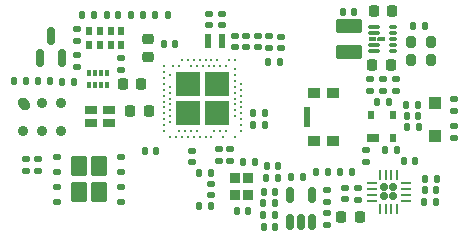
<source format=gbr>
G04 #@! TF.GenerationSoftware,KiCad,Pcbnew,7.0.7*
G04 #@! TF.CreationDate,2024-03-13T12:15:20+01:00*
G04 #@! TF.ProjectId,dictofun,64696374-6f66-4756-9e2e-6b696361645f,rev?*
G04 #@! TF.SameCoordinates,Original*
G04 #@! TF.FileFunction,Paste,Top*
G04 #@! TF.FilePolarity,Positive*
%FSLAX45Y45*%
G04 Gerber Fmt 4.5, Leading zero omitted, Abs format (unit mm)*
G04 Created by KiCad (PCBNEW 7.0.7) date 2024-03-13 12:15:20*
%MOMM*%
%LPD*%
G01*
G04 APERTURE LIST*
G04 Aperture macros list*
%AMRoundRect*
0 Rectangle with rounded corners*
0 $1 Rounding radius*
0 $2 $3 $4 $5 $6 $7 $8 $9 X,Y pos of 4 corners*
0 Add a 4 corners polygon primitive as box body*
4,1,4,$2,$3,$4,$5,$6,$7,$8,$9,$2,$3,0*
0 Add four circle primitives for the rounded corners*
1,1,$1+$1,$2,$3*
1,1,$1+$1,$4,$5*
1,1,$1+$1,$6,$7*
1,1,$1+$1,$8,$9*
0 Add four rect primitives between the rounded corners*
20,1,$1+$1,$2,$3,$4,$5,0*
20,1,$1+$1,$4,$5,$6,$7,0*
20,1,$1+$1,$6,$7,$8,$9,0*
20,1,$1+$1,$8,$9,$2,$3,0*%
%AMHorizOval*
0 Thick line with rounded ends*
0 $1 width*
0 $2 $3 position (X,Y) of the first rounded end (center of the circle)*
0 $4 $5 position (X,Y) of the second rounded end (center of the circle)*
0 Add line between two ends*
20,1,$1,$2,$3,$4,$5,0*
0 Add two circle primitives to create the rounded ends*
1,1,$1,$2,$3*
1,1,$1,$4,$5*%
G04 Aperture macros list end*
%ADD10C,0.010000*%
%ADD11RoundRect,0.147500X-0.172500X0.147500X-0.172500X-0.147500X0.172500X-0.147500X0.172500X0.147500X0*%
%ADD12RoundRect,0.140000X0.140000X0.170000X-0.140000X0.170000X-0.140000X-0.170000X0.140000X-0.170000X0*%
%ADD13RoundRect,0.140000X0.170000X-0.140000X0.170000X0.140000X-0.170000X0.140000X-0.170000X-0.140000X0*%
%ADD14RoundRect,0.062500X-0.375000X0.062500X-0.375000X-0.062500X0.375000X-0.062500X0.375000X0.062500X0*%
%ADD15RoundRect,0.062500X-0.062500X0.375000X-0.062500X-0.375000X0.062500X-0.375000X0.062500X0.375000X0*%
%ADD16RoundRect,0.157500X-0.157500X0.157500X-0.157500X-0.157500X0.157500X-0.157500X0.157500X0.157500X0*%
%ADD17RoundRect,0.135000X0.135000X0.185000X-0.135000X0.185000X-0.135000X-0.185000X0.135000X-0.185000X0*%
%ADD18RoundRect,0.135000X-0.185000X0.135000X-0.185000X-0.135000X0.185000X-0.135000X0.185000X0.135000X0*%
%ADD19RoundRect,0.218750X0.218750X0.256250X-0.218750X0.256250X-0.218750X-0.256250X0.218750X-0.256250X0*%
%ADD20RoundRect,0.135000X-0.135000X-0.185000X0.135000X-0.185000X0.135000X0.185000X-0.135000X0.185000X0*%
%ADD21RoundRect,0.140000X-0.140000X-0.170000X0.140000X-0.170000X0.140000X0.170000X-0.140000X0.170000X0*%
%ADD22R,0.850000X0.950000*%
%ADD23R,0.500000X0.800000*%
%ADD24RoundRect,0.140000X-0.170000X0.140000X-0.170000X-0.140000X0.170000X-0.140000X0.170000X0.140000X0*%
%ADD25RoundRect,0.135000X0.185000X-0.135000X0.185000X0.135000X-0.185000X0.135000X-0.185000X-0.135000X0*%
%ADD26RoundRect,0.225000X0.225000X0.250000X-0.225000X0.250000X-0.225000X-0.250000X0.225000X-0.250000X0*%
%ADD27RoundRect,0.225000X0.250000X-0.225000X0.250000X0.225000X-0.250000X0.225000X-0.250000X-0.225000X0*%
%ADD28RoundRect,0.150000X0.150000X-0.587500X0.150000X0.587500X-0.150000X0.587500X-0.150000X-0.587500X0*%
%ADD29RoundRect,0.150000X0.150000X-0.512500X0.150000X0.512500X-0.150000X0.512500X-0.150000X-0.512500X0*%
%ADD30RoundRect,0.147500X-0.147500X-0.172500X0.147500X-0.172500X0.147500X0.172500X-0.147500X0.172500X0*%
%ADD31RoundRect,0.250000X-0.850000X0.375000X-0.850000X-0.375000X0.850000X-0.375000X0.850000X0.375000X0*%
%ADD32RoundRect,0.200000X0.200000X0.275000X-0.200000X0.275000X-0.200000X-0.275000X0.200000X-0.275000X0*%
%ADD33R,0.400000X0.500000*%
%ADD34R,0.300000X0.500000*%
%ADD35RoundRect,0.225000X-0.225000X-0.250000X0.225000X-0.250000X0.225000X0.250000X-0.225000X0.250000X0*%
%ADD36R,0.600000X1.200000*%
%ADD37R,1.000000X0.900000*%
%ADD38R,0.550000X1.700000*%
%ADD39RoundRect,0.250000X-0.300000X0.300000X-0.300000X-0.300000X0.300000X-0.300000X0.300000X0.300000X0*%
%ADD40RoundRect,0.147500X0.172500X-0.147500X0.172500X0.147500X-0.172500X0.147500X-0.172500X-0.147500X0*%
%ADD41RoundRect,0.012500X0.287500X0.112500X-0.287500X0.112500X-0.287500X-0.112500X0.287500X-0.112500X0*%
%ADD42RoundRect,0.012500X0.437500X0.112500X-0.437500X0.112500X-0.437500X-0.112500X0.437500X-0.112500X0*%
%ADD43R,1.000000X0.800000*%
%ADD44RoundRect,0.147500X0.147500X0.172500X-0.147500X0.172500X-0.147500X-0.172500X0.147500X-0.172500X0*%
%ADD45C,0.910000*%
%ADD46HorizOval,0.910000X-0.100000X0.100000X0.100000X-0.100000X0*%
%ADD47RoundRect,0.250000X0.435000X0.615000X-0.435000X0.615000X-0.435000X-0.615000X0.435000X-0.615000X0*%
%ADD48RoundRect,0.125000X0.250000X0.125000X-0.250000X0.125000X-0.250000X-0.125000X0.250000X-0.125000X0*%
%ADD49R,2.000000X2.000000*%
%ADD50C,0.250000*%
%ADD51R,0.600000X0.700000*%
%ADD52R,1.000000X0.700000*%
G04 APERTURE END LIST*
D10*
X14810800Y-9227600D02*
X14811000Y-9227600D01*
X14811300Y-9227700D01*
X14811500Y-9227700D01*
X14811800Y-9227800D01*
X14812000Y-9227900D01*
X14812300Y-9228000D01*
X14812500Y-9228200D01*
X14812700Y-9228300D01*
X14812900Y-9228500D01*
X14813100Y-9228600D01*
X14813300Y-9228800D01*
X14813500Y-9229000D01*
X14813700Y-9229200D01*
X14813900Y-9229400D01*
X14814000Y-9229600D01*
X14814200Y-9229800D01*
X14814300Y-9230000D01*
X14814500Y-9230200D01*
X14814600Y-9230500D01*
X14814700Y-9230700D01*
X14814800Y-9231000D01*
X14814800Y-9231200D01*
X14814900Y-9231500D01*
X14814900Y-9231700D01*
X14815000Y-9232000D01*
X14815000Y-9232200D01*
X14815000Y-9232500D01*
X14815000Y-9247500D01*
X14815000Y-9247800D01*
X14815000Y-9248000D01*
X14814900Y-9248300D01*
X14814900Y-9248500D01*
X14814800Y-9248800D01*
X14814800Y-9249000D01*
X14814700Y-9249300D01*
X14814600Y-9249500D01*
X14814500Y-9249800D01*
X14814300Y-9250000D01*
X14814200Y-9250200D01*
X14814000Y-9250400D01*
X14813900Y-9250600D01*
X14813700Y-9250800D01*
X14813500Y-9251000D01*
X14813300Y-9251200D01*
X14813100Y-9251400D01*
X14812900Y-9251500D01*
X14812700Y-9251700D01*
X14812500Y-9251800D01*
X14812300Y-9252000D01*
X14812000Y-9252100D01*
X14811800Y-9252200D01*
X14811500Y-9252300D01*
X14811300Y-9252300D01*
X14811000Y-9252400D01*
X14810800Y-9252400D01*
X14810500Y-9252500D01*
X14810300Y-9252500D01*
X14810000Y-9252500D01*
X14765000Y-9252500D01*
X14764700Y-9252500D01*
X14764500Y-9252500D01*
X14764200Y-9252400D01*
X14764000Y-9252400D01*
X14763700Y-9252300D01*
X14763500Y-9252300D01*
X14763200Y-9252200D01*
X14763000Y-9252100D01*
X14762700Y-9252000D01*
X14762500Y-9251800D01*
X14762300Y-9251700D01*
X14762100Y-9251500D01*
X14761900Y-9251400D01*
X14761700Y-9251200D01*
X14761500Y-9251000D01*
X14761300Y-9250800D01*
X14761100Y-9250600D01*
X14761000Y-9250400D01*
X14760800Y-9250200D01*
X14760700Y-9250000D01*
X14760500Y-9249800D01*
X14760400Y-9249500D01*
X14760300Y-9249300D01*
X14760200Y-9249000D01*
X14760200Y-9248800D01*
X14760100Y-9248500D01*
X14760100Y-9248300D01*
X14760000Y-9248000D01*
X14760000Y-9247800D01*
X14760000Y-9247500D01*
X14760000Y-9232500D01*
X14760000Y-9232200D01*
X14760000Y-9232000D01*
X14760100Y-9231700D01*
X14760100Y-9231500D01*
X14760200Y-9231200D01*
X14760200Y-9231000D01*
X14760300Y-9230700D01*
X14760400Y-9230500D01*
X14760500Y-9230200D01*
X14760700Y-9230000D01*
X14760800Y-9229800D01*
X14761000Y-9229600D01*
X14761100Y-9229400D01*
X14761300Y-9229200D01*
X14761500Y-9229000D01*
X14761700Y-9228800D01*
X14761900Y-9228600D01*
X14762100Y-9228500D01*
X14762300Y-9228300D01*
X14762500Y-9228200D01*
X14762700Y-9228000D01*
X14763000Y-9227900D01*
X14763200Y-9227800D01*
X14763500Y-9227700D01*
X14763700Y-9227700D01*
X14764000Y-9227600D01*
X14764200Y-9227600D01*
X14764500Y-9227500D01*
X14764700Y-9227500D01*
X14765000Y-9227500D01*
X14810000Y-9227500D01*
X14810300Y-9227500D01*
X14810500Y-9227500D01*
X14810800Y-9227600D01*
G36*
X14810800Y-9227600D02*
G01*
X14811000Y-9227600D01*
X14811300Y-9227700D01*
X14811500Y-9227700D01*
X14811800Y-9227800D01*
X14812000Y-9227900D01*
X14812300Y-9228000D01*
X14812500Y-9228200D01*
X14812700Y-9228300D01*
X14812900Y-9228500D01*
X14813100Y-9228600D01*
X14813300Y-9228800D01*
X14813500Y-9229000D01*
X14813700Y-9229200D01*
X14813900Y-9229400D01*
X14814000Y-9229600D01*
X14814200Y-9229800D01*
X14814300Y-9230000D01*
X14814500Y-9230200D01*
X14814600Y-9230500D01*
X14814700Y-9230700D01*
X14814800Y-9231000D01*
X14814800Y-9231200D01*
X14814900Y-9231500D01*
X14814900Y-9231700D01*
X14815000Y-9232000D01*
X14815000Y-9232200D01*
X14815000Y-9232500D01*
X14815000Y-9247500D01*
X14815000Y-9247800D01*
X14815000Y-9248000D01*
X14814900Y-9248300D01*
X14814900Y-9248500D01*
X14814800Y-9248800D01*
X14814800Y-9249000D01*
X14814700Y-9249300D01*
X14814600Y-9249500D01*
X14814500Y-9249800D01*
X14814300Y-9250000D01*
X14814200Y-9250200D01*
X14814000Y-9250400D01*
X14813900Y-9250600D01*
X14813700Y-9250800D01*
X14813500Y-9251000D01*
X14813300Y-9251200D01*
X14813100Y-9251400D01*
X14812900Y-9251500D01*
X14812700Y-9251700D01*
X14812500Y-9251800D01*
X14812300Y-9252000D01*
X14812000Y-9252100D01*
X14811800Y-9252200D01*
X14811500Y-9252300D01*
X14811300Y-9252300D01*
X14811000Y-9252400D01*
X14810800Y-9252400D01*
X14810500Y-9252500D01*
X14810300Y-9252500D01*
X14810000Y-9252500D01*
X14765000Y-9252500D01*
X14764700Y-9252500D01*
X14764500Y-9252500D01*
X14764200Y-9252400D01*
X14764000Y-9252400D01*
X14763700Y-9252300D01*
X14763500Y-9252300D01*
X14763200Y-9252200D01*
X14763000Y-9252100D01*
X14762700Y-9252000D01*
X14762500Y-9251800D01*
X14762300Y-9251700D01*
X14762100Y-9251500D01*
X14761900Y-9251400D01*
X14761700Y-9251200D01*
X14761500Y-9251000D01*
X14761300Y-9250800D01*
X14761100Y-9250600D01*
X14761000Y-9250400D01*
X14760800Y-9250200D01*
X14760700Y-9250000D01*
X14760500Y-9249800D01*
X14760400Y-9249500D01*
X14760300Y-9249300D01*
X14760200Y-9249000D01*
X14760200Y-9248800D01*
X14760100Y-9248500D01*
X14760100Y-9248300D01*
X14760000Y-9248000D01*
X14760000Y-9247800D01*
X14760000Y-9247500D01*
X14760000Y-9232500D01*
X14760000Y-9232200D01*
X14760000Y-9232000D01*
X14760100Y-9231700D01*
X14760100Y-9231500D01*
X14760200Y-9231200D01*
X14760200Y-9231000D01*
X14760300Y-9230700D01*
X14760400Y-9230500D01*
X14760500Y-9230200D01*
X14760700Y-9230000D01*
X14760800Y-9229800D01*
X14761000Y-9229600D01*
X14761100Y-9229400D01*
X14761300Y-9229200D01*
X14761500Y-9229000D01*
X14761700Y-9228800D01*
X14761900Y-9228600D01*
X14762100Y-9228500D01*
X14762300Y-9228300D01*
X14762500Y-9228200D01*
X14762700Y-9228000D01*
X14763000Y-9227900D01*
X14763200Y-9227800D01*
X14763500Y-9227700D01*
X14763700Y-9227700D01*
X14764000Y-9227600D01*
X14764200Y-9227600D01*
X14764500Y-9227500D01*
X14764700Y-9227500D01*
X14765000Y-9227500D01*
X14810000Y-9227500D01*
X14810300Y-9227500D01*
X14810500Y-9227500D01*
X14810800Y-9227600D01*
G37*
X14735800Y-9227600D02*
X14736000Y-9227600D01*
X14736300Y-9227700D01*
X14736500Y-9227700D01*
X14736800Y-9227800D01*
X14737000Y-9227900D01*
X14737300Y-9228000D01*
X14737500Y-9228200D01*
X14737700Y-9228300D01*
X14737900Y-9228500D01*
X14738100Y-9228600D01*
X14738300Y-9228800D01*
X14738500Y-9229000D01*
X14738700Y-9229200D01*
X14738900Y-9229400D01*
X14739000Y-9229600D01*
X14739200Y-9229800D01*
X14739300Y-9230000D01*
X14739500Y-9230200D01*
X14739600Y-9230500D01*
X14739700Y-9230700D01*
X14739800Y-9231000D01*
X14739800Y-9231200D01*
X14739900Y-9231500D01*
X14739900Y-9231700D01*
X14740000Y-9232000D01*
X14740000Y-9232200D01*
X14740000Y-9232500D01*
X14740000Y-9247500D01*
X14740000Y-9247800D01*
X14740000Y-9248000D01*
X14739900Y-9248300D01*
X14739900Y-9248500D01*
X14739800Y-9248800D01*
X14739800Y-9249000D01*
X14739700Y-9249300D01*
X14739600Y-9249500D01*
X14739500Y-9249800D01*
X14739300Y-9250000D01*
X14739200Y-9250200D01*
X14739000Y-9250400D01*
X14738900Y-9250600D01*
X14738700Y-9250800D01*
X14738500Y-9251000D01*
X14738300Y-9251200D01*
X14738100Y-9251400D01*
X14737900Y-9251500D01*
X14737700Y-9251700D01*
X14737500Y-9251800D01*
X14737300Y-9252000D01*
X14737000Y-9252100D01*
X14736800Y-9252200D01*
X14736500Y-9252300D01*
X14736300Y-9252300D01*
X14736000Y-9252400D01*
X14735800Y-9252400D01*
X14735500Y-9252500D01*
X14735300Y-9252500D01*
X14735000Y-9252500D01*
X14690000Y-9252500D01*
X14689700Y-9252500D01*
X14689500Y-9252500D01*
X14689200Y-9252400D01*
X14689000Y-9252400D01*
X14688700Y-9252300D01*
X14688500Y-9252300D01*
X14688200Y-9252200D01*
X14688000Y-9252100D01*
X14687700Y-9252000D01*
X14687500Y-9251800D01*
X14687300Y-9251700D01*
X14687100Y-9251500D01*
X14686900Y-9251400D01*
X14686700Y-9251200D01*
X14686500Y-9251000D01*
X14686300Y-9250800D01*
X14686100Y-9250600D01*
X14686000Y-9250400D01*
X14685800Y-9250200D01*
X14685700Y-9250000D01*
X14685500Y-9249800D01*
X14685400Y-9249500D01*
X14685300Y-9249300D01*
X14685200Y-9249000D01*
X14685200Y-9248800D01*
X14685100Y-9248500D01*
X14685100Y-9248300D01*
X14685000Y-9248000D01*
X14685000Y-9247800D01*
X14685000Y-9247500D01*
X14685000Y-9232500D01*
X14685000Y-9232200D01*
X14685000Y-9232000D01*
X14685100Y-9231700D01*
X14685100Y-9231500D01*
X14685200Y-9231200D01*
X14685200Y-9231000D01*
X14685300Y-9230700D01*
X14685400Y-9230500D01*
X14685500Y-9230200D01*
X14685700Y-9230000D01*
X14685800Y-9229800D01*
X14686000Y-9229600D01*
X14686100Y-9229400D01*
X14686300Y-9229200D01*
X14686500Y-9229000D01*
X14686700Y-9228800D01*
X14686900Y-9228600D01*
X14687100Y-9228500D01*
X14687300Y-9228300D01*
X14687500Y-9228200D01*
X14687700Y-9228000D01*
X14688000Y-9227900D01*
X14688200Y-9227800D01*
X14688500Y-9227700D01*
X14688700Y-9227700D01*
X14689000Y-9227600D01*
X14689200Y-9227600D01*
X14689500Y-9227500D01*
X14689700Y-9227500D01*
X14690000Y-9227500D01*
X14735000Y-9227500D01*
X14735300Y-9227500D01*
X14735500Y-9227500D01*
X14735800Y-9227600D01*
G36*
X14735800Y-9227600D02*
G01*
X14736000Y-9227600D01*
X14736300Y-9227700D01*
X14736500Y-9227700D01*
X14736800Y-9227800D01*
X14737000Y-9227900D01*
X14737300Y-9228000D01*
X14737500Y-9228200D01*
X14737700Y-9228300D01*
X14737900Y-9228500D01*
X14738100Y-9228600D01*
X14738300Y-9228800D01*
X14738500Y-9229000D01*
X14738700Y-9229200D01*
X14738900Y-9229400D01*
X14739000Y-9229600D01*
X14739200Y-9229800D01*
X14739300Y-9230000D01*
X14739500Y-9230200D01*
X14739600Y-9230500D01*
X14739700Y-9230700D01*
X14739800Y-9231000D01*
X14739800Y-9231200D01*
X14739900Y-9231500D01*
X14739900Y-9231700D01*
X14740000Y-9232000D01*
X14740000Y-9232200D01*
X14740000Y-9232500D01*
X14740000Y-9247500D01*
X14740000Y-9247800D01*
X14740000Y-9248000D01*
X14739900Y-9248300D01*
X14739900Y-9248500D01*
X14739800Y-9248800D01*
X14739800Y-9249000D01*
X14739700Y-9249300D01*
X14739600Y-9249500D01*
X14739500Y-9249800D01*
X14739300Y-9250000D01*
X14739200Y-9250200D01*
X14739000Y-9250400D01*
X14738900Y-9250600D01*
X14738700Y-9250800D01*
X14738500Y-9251000D01*
X14738300Y-9251200D01*
X14738100Y-9251400D01*
X14737900Y-9251500D01*
X14737700Y-9251700D01*
X14737500Y-9251800D01*
X14737300Y-9252000D01*
X14737000Y-9252100D01*
X14736800Y-9252200D01*
X14736500Y-9252300D01*
X14736300Y-9252300D01*
X14736000Y-9252400D01*
X14735800Y-9252400D01*
X14735500Y-9252500D01*
X14735300Y-9252500D01*
X14735000Y-9252500D01*
X14690000Y-9252500D01*
X14689700Y-9252500D01*
X14689500Y-9252500D01*
X14689200Y-9252400D01*
X14689000Y-9252400D01*
X14688700Y-9252300D01*
X14688500Y-9252300D01*
X14688200Y-9252200D01*
X14688000Y-9252100D01*
X14687700Y-9252000D01*
X14687500Y-9251800D01*
X14687300Y-9251700D01*
X14687100Y-9251500D01*
X14686900Y-9251400D01*
X14686700Y-9251200D01*
X14686500Y-9251000D01*
X14686300Y-9250800D01*
X14686100Y-9250600D01*
X14686000Y-9250400D01*
X14685800Y-9250200D01*
X14685700Y-9250000D01*
X14685500Y-9249800D01*
X14685400Y-9249500D01*
X14685300Y-9249300D01*
X14685200Y-9249000D01*
X14685200Y-9248800D01*
X14685100Y-9248500D01*
X14685100Y-9248300D01*
X14685000Y-9248000D01*
X14685000Y-9247800D01*
X14685000Y-9247500D01*
X14685000Y-9232500D01*
X14685000Y-9232200D01*
X14685000Y-9232000D01*
X14685100Y-9231700D01*
X14685100Y-9231500D01*
X14685200Y-9231200D01*
X14685200Y-9231000D01*
X14685300Y-9230700D01*
X14685400Y-9230500D01*
X14685500Y-9230200D01*
X14685700Y-9230000D01*
X14685800Y-9229800D01*
X14686000Y-9229600D01*
X14686100Y-9229400D01*
X14686300Y-9229200D01*
X14686500Y-9229000D01*
X14686700Y-9228800D01*
X14686900Y-9228600D01*
X14687100Y-9228500D01*
X14687300Y-9228300D01*
X14687500Y-9228200D01*
X14687700Y-9228000D01*
X14688000Y-9227900D01*
X14688200Y-9227800D01*
X14688500Y-9227700D01*
X14688700Y-9227700D01*
X14689000Y-9227600D01*
X14689200Y-9227600D01*
X14689500Y-9227500D01*
X14689700Y-9227500D01*
X14690000Y-9227500D01*
X14735000Y-9227500D01*
X14735300Y-9227500D01*
X14735500Y-9227500D01*
X14735800Y-9227600D01*
G37*
D11*
X13347700Y-10464560D03*
X13347700Y-10561560D03*
D12*
X13347440Y-10373360D03*
X13251440Y-10373360D03*
X13347440Y-10652760D03*
X13251440Y-10652760D03*
D13*
X14698980Y-9583680D03*
X14698980Y-9679680D03*
X11784740Y-10355320D03*
X11784740Y-10259320D03*
X11889740Y-10355320D03*
X11889740Y-10259320D03*
D14*
X14997750Y-10459000D03*
X14997750Y-10509000D03*
X14997750Y-10559000D03*
X14997750Y-10609000D03*
D15*
X14929000Y-10677750D03*
X14879000Y-10677750D03*
X14829000Y-10677750D03*
X14779000Y-10677750D03*
D14*
X14710250Y-10609000D03*
X14710250Y-10559000D03*
X14710250Y-10509000D03*
X14710250Y-10459000D03*
D15*
X14779000Y-10390250D03*
X14829000Y-10390250D03*
X14879000Y-10390250D03*
X14929000Y-10390250D03*
D16*
X14818000Y-10570000D03*
X14890000Y-10570000D03*
X14818000Y-10498000D03*
X14890000Y-10498000D03*
D17*
X15260520Y-10426700D03*
X15158520Y-10426700D03*
D12*
X15082260Y-10274300D03*
X14986260Y-10274300D03*
D18*
X14594000Y-10499000D03*
X14594000Y-10601000D03*
D17*
X14341000Y-10368000D03*
X14239000Y-10368000D03*
X14542000Y-10368000D03*
X14440000Y-10368000D03*
D19*
X14612630Y-10751820D03*
X14455130Y-10751820D03*
D12*
X15254980Y-10520680D03*
X15158980Y-10520680D03*
D20*
X15155980Y-10617200D03*
X15257980Y-10617200D03*
D17*
X15161000Y-9130000D03*
X15059000Y-9130000D03*
D21*
X13708640Y-9968160D03*
X13804640Y-9968160D03*
D11*
X13843000Y-9217420D03*
X13843000Y-9314420D03*
D18*
X15410000Y-9979000D03*
X15410000Y-10081000D03*
D22*
X13667740Y-10564080D03*
X13667740Y-10419080D03*
X13552740Y-10419080D03*
X13552740Y-10564080D03*
D18*
X12212320Y-9153960D03*
X12212320Y-9255960D03*
D23*
X12321160Y-9292130D03*
X12411160Y-9292130D03*
X12501160Y-9292130D03*
X12591160Y-9292130D03*
X12591160Y-9172130D03*
X12501160Y-9172130D03*
X12411160Y-9172130D03*
X12321160Y-9172130D03*
D24*
X13445800Y-9026760D03*
X13445800Y-9122760D03*
D25*
X12217400Y-9479480D03*
X12217400Y-9377480D03*
D13*
X15410000Y-9848000D03*
X15410000Y-9752000D03*
D12*
X13893540Y-10830000D03*
X13797540Y-10830000D03*
D17*
X15113200Y-9989820D03*
X15011200Y-9989820D03*
D12*
X13918940Y-10320020D03*
X13822940Y-10320020D03*
D13*
X14919960Y-9677140D03*
X14919960Y-9581140D03*
D21*
X13836980Y-9433560D03*
X13932980Y-9433560D03*
D26*
X12823220Y-9852660D03*
X12668220Y-9852660D03*
D27*
X12818180Y-9391680D03*
X12818180Y-9236680D03*
D12*
X13047720Y-9286240D03*
X12951720Y-9286240D03*
X12563460Y-9038860D03*
X12467460Y-9038860D03*
X13664940Y-10698480D03*
X13568940Y-10698480D03*
D17*
X13919400Y-10416540D03*
X13817400Y-10416540D03*
D21*
X13624820Y-10281920D03*
X13720820Y-10281920D03*
D20*
X12257260Y-9039860D03*
X12359260Y-9039860D03*
D12*
X14563000Y-9010000D03*
X14467000Y-9010000D03*
D18*
X14333220Y-10517940D03*
X14333220Y-10619940D03*
D13*
X14808200Y-9677140D03*
X14808200Y-9581140D03*
D24*
X13416280Y-10174160D03*
X13416280Y-10270160D03*
D13*
X13553440Y-9311380D03*
X13553440Y-9215380D03*
D20*
X11885000Y-9600000D03*
X11987000Y-9600000D03*
D28*
X11898880Y-9400310D03*
X12088880Y-9400310D03*
X11993880Y-9212810D03*
D29*
X14019780Y-10786830D03*
X14114780Y-10786830D03*
X14209780Y-10786830D03*
X14209780Y-10559330D03*
X14019780Y-10559330D03*
D12*
X12887700Y-10187940D03*
X12791700Y-10187940D03*
D30*
X15004500Y-9800000D03*
X15101500Y-9800000D03*
D31*
X14515000Y-9132500D03*
X14515000Y-9347500D03*
D32*
X15212500Y-9270000D03*
X15047500Y-9270000D03*
D24*
X12588240Y-9405880D03*
X12588240Y-9501880D03*
D33*
X12468060Y-9630080D03*
D34*
X12418060Y-9630080D03*
X12368060Y-9630080D03*
D33*
X12318060Y-9630080D03*
X12318060Y-9530080D03*
D34*
X12368060Y-9530080D03*
X12418060Y-9530080D03*
D33*
X12468060Y-9530080D03*
D35*
X14727500Y-9000000D03*
X14882500Y-9000000D03*
X14717500Y-9460000D03*
X14872500Y-9460000D03*
D18*
X14660880Y-10180120D03*
X14660880Y-10282120D03*
D17*
X13896540Y-10632440D03*
X13794540Y-10632440D03*
D26*
X12759720Y-9618980D03*
X12604720Y-9618980D03*
D36*
X13327380Y-9257640D03*
X13447380Y-9257640D03*
D21*
X13708640Y-9866560D03*
X13804640Y-9866560D03*
D24*
X14484000Y-10502000D03*
X14484000Y-10598000D03*
D32*
X15212500Y-9420000D03*
X15047500Y-9420000D03*
D37*
X14222500Y-10105000D03*
X14382500Y-10105000D03*
X14382500Y-9695000D03*
X14222500Y-9695000D03*
D38*
X14160000Y-9900000D03*
D24*
X13510260Y-10175500D03*
X13510260Y-10271500D03*
D13*
X13647420Y-9311380D03*
X13647420Y-9215380D03*
D39*
X15250000Y-9780000D03*
X15250000Y-10060000D03*
D20*
X12090000Y-9602000D03*
X12192000Y-9602000D03*
D13*
X13745140Y-9311380D03*
X13745140Y-9215380D03*
D17*
X12982860Y-9039860D03*
X12880860Y-9039860D03*
D40*
X13947140Y-9316960D03*
X13947140Y-9219960D03*
D41*
X14895000Y-9340000D03*
X14895000Y-9290000D03*
X14895000Y-9240000D03*
X14895000Y-9190000D03*
X14895000Y-9140000D03*
D42*
X14730000Y-9140000D03*
X14730000Y-9190000D03*
X14730000Y-9290000D03*
X14730000Y-9340000D03*
D12*
X13893540Y-10535000D03*
X13797540Y-10535000D03*
D43*
X12335000Y-9845000D03*
X12485000Y-9845000D03*
X12485000Y-9955000D03*
X12335000Y-9955000D03*
D30*
X14827500Y-10179000D03*
X14924500Y-10179000D03*
D44*
X14854500Y-9777000D03*
X14757500Y-9777000D03*
D24*
X13190220Y-10188200D03*
X13190220Y-10284200D03*
D12*
X15102580Y-9893300D03*
X15006580Y-9893300D03*
D45*
X11755000Y-10017000D03*
X11920000Y-10017000D03*
X12085000Y-10017000D03*
X12085000Y-9783000D03*
X11920000Y-9783000D03*
D46*
X11765000Y-9793000D03*
D20*
X14029000Y-10410000D03*
X14131000Y-10410000D03*
D47*
X12403240Y-10534200D03*
X12403240Y-10319200D03*
X12233240Y-10534200D03*
X12233240Y-10319200D03*
D48*
X12588240Y-10617200D03*
X12588240Y-10490200D03*
X12588240Y-10363200D03*
X12588240Y-10236200D03*
X12048240Y-10236200D03*
X12048240Y-10363200D03*
X12048240Y-10490200D03*
X12048240Y-10617200D03*
D24*
X13331500Y-9026760D03*
X13331500Y-9122760D03*
D17*
X13895540Y-10730000D03*
X13793540Y-10730000D03*
D18*
X14333220Y-10716000D03*
X14333220Y-10818000D03*
D49*
X13401040Y-9624060D03*
X13158540Y-9624060D03*
X13401040Y-9866560D03*
X13158540Y-9866560D03*
D50*
X13604790Y-9620310D03*
X13604790Y-9670310D03*
X13604790Y-9720310D03*
X13604790Y-9770310D03*
X13604790Y-9820310D03*
X13604790Y-9870310D03*
X13604790Y-9920310D03*
X13604790Y-9970310D03*
X13604790Y-10020310D03*
X13054790Y-10070310D03*
X13029790Y-9470310D03*
X13004790Y-9545310D03*
X13004790Y-9645310D03*
X13004790Y-9695310D03*
X13004790Y-9745310D03*
X13004790Y-9795310D03*
X13004790Y-9845310D03*
X13004790Y-9895310D03*
X13004790Y-9945310D03*
X13004790Y-10070310D03*
X12954790Y-9470310D03*
X12954790Y-9520310D03*
X12954790Y-9570310D03*
X12954790Y-9620310D03*
X12954790Y-9670310D03*
X12954790Y-9720310D03*
X12954790Y-9770310D03*
X12954790Y-9820310D03*
X12954790Y-9870310D03*
X12954790Y-9920310D03*
X12954790Y-9970310D03*
X12954790Y-10020310D03*
X13554790Y-9420310D03*
X13554790Y-9495310D03*
X13554790Y-9545310D03*
X13554790Y-9595310D03*
X13554790Y-9645310D03*
X13554790Y-9695310D03*
X13554790Y-9745310D03*
X13554790Y-9795310D03*
X13554790Y-9845310D03*
X13554790Y-9895310D03*
X13554790Y-10070310D03*
X13504790Y-9420310D03*
X13479790Y-9470310D03*
X13479790Y-10020310D03*
X13454790Y-10070310D03*
X13429790Y-9470310D03*
X13429790Y-10020310D03*
X13404790Y-9420310D03*
X13379790Y-9470310D03*
X13379790Y-10020310D03*
X13354790Y-9420310D03*
X13354790Y-10070310D03*
X13329790Y-9470310D03*
X13304790Y-9420310D03*
X13304790Y-10070310D03*
X13279790Y-9470310D03*
X13254790Y-9420310D03*
X13254790Y-10070310D03*
X13229790Y-9470310D03*
X13229790Y-10020310D03*
X13204790Y-9420310D03*
X13204790Y-10070310D03*
X13179790Y-9470310D03*
X13179790Y-10020310D03*
X13154790Y-9420310D03*
X13154790Y-10070310D03*
X13129790Y-10020310D03*
X13104790Y-9420310D03*
X13104790Y-10070310D03*
X13079790Y-9470310D03*
X13079790Y-10020310D03*
D17*
X12773660Y-9039860D03*
X12671660Y-9039860D03*
D12*
X11783000Y-9600000D03*
X11687000Y-9600000D03*
D51*
X14702020Y-9881000D03*
X14892020Y-9881000D03*
X14892020Y-10081000D03*
D52*
X14722020Y-10081000D03*
M02*

</source>
